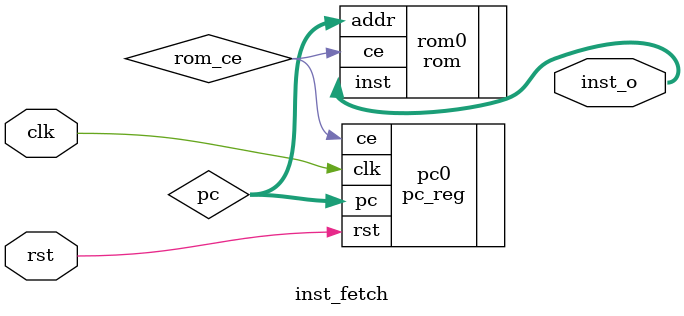
<source format=v>
module inst_fetch(
    input clk,
    input rst,
    
    output [31:0] inst_o
);

wire [5:0] pc;
wire rom_ce;

pc_reg pc0(
    .clk(clk),
    .rst(rst),
    
    .pc(pc),
    .ce(rom_ce)
);

rom rom0(
    .ce(rom_ce),
    .addr(pc),

    .inst(inst_o)
);

endmodule
</source>
